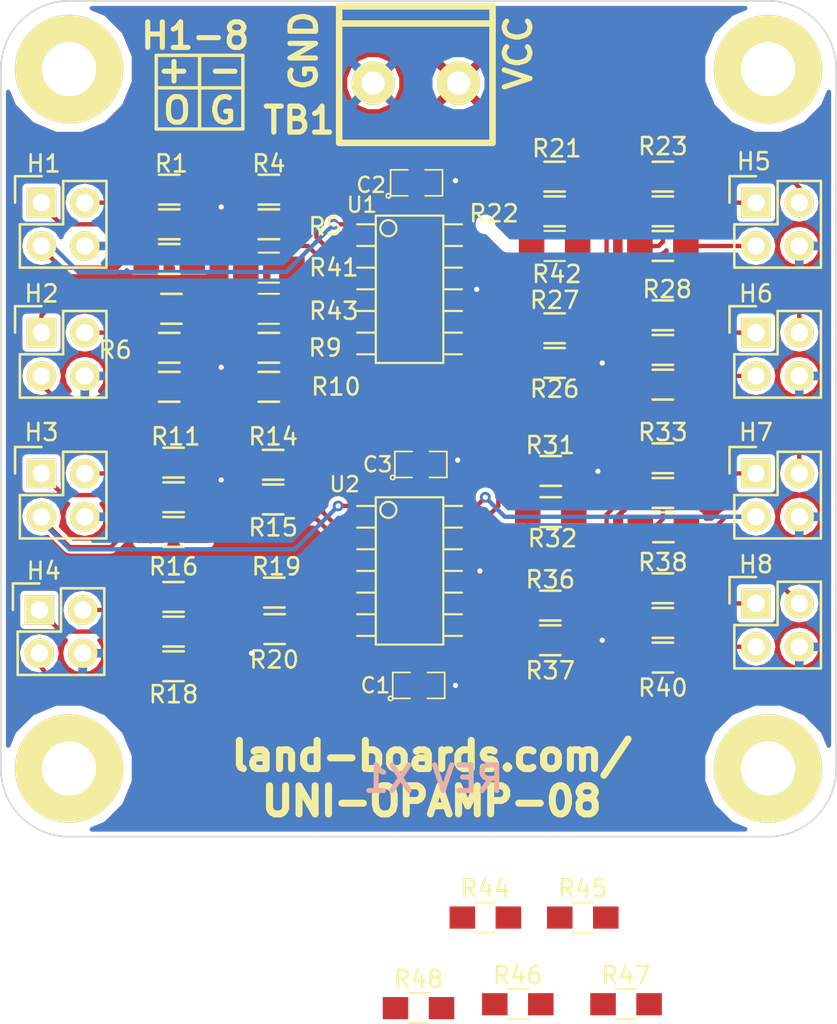
<source format=kicad_pcb>
(kicad_pcb (version 4) (host pcbnew "(after 2015-mar-04 BZR unknown)-product")
  (layers (0 F.Cu signal) (31 B.Cu signal) (36 B.SilkS user) (37 F.SilkS user) (38 B.Mask user) (39 F.Mask user) (44 Edge.Cuts user))
  (net 0 "")
  (net 1 GND)
  (net 2 VAA)
  (net 3 "Net-(R10-Pad2)")
  (net 4 "Net-(R11-Pad2)")
  (net 5 "Net-(R21-Pad2)")
  (net 6 "Net-(R31-Pad2)")
  (net 7 "Net-(R12-Pad2)")
  (net 8 "Net-(R16-Pad2)")
  (net 9 "Net-(R17-Pad2)")
  (net 10 "Net-(R22-Pad2)")
  (net 11 "Net-(R26-Pad2)")
  (net 12 "Net-(R32-Pad2)")
  (net 13 "Net-(R36-Pad2)")
  (net 14 /I1+)
  (net 15 /I1-)
  (net 16 /O1)
  (net 17 /I2+)
  (net 18 /I2-)
  (net 19 /O2)
  (net 20 /I3+)
  (net 21 /I3-)
  (net 22 /O3)
  (net 23 /I4+)
  (net 24 /I4-)
  (net 25 /O4)
  (net 26 /I5+)
  (net 27 /I5-)
  (net 28 /O5)
  (net 29 /I6+)
  (net 30 /I6-)
  (net 31 /O6)
  (net 32 /I7+)
  (net 33 /I7-)
  (net 34 /O7)
  (net 35 /I8+)
  (net 36 /I8-)
  (net 37 /O8)
  (net 38 "Net-(R27-Pad2)")
  (net 39 "Net-(R37-Pad2)")
  (net 40 /A1-)
  (net 41 /A1+)
  (net 42 "Net-(R43-Pad1)")
  (module SM0805 (layer F.Cu) (at 54.638 52.178)
    (fp_text reference C3 (at -2.54 0) (layer F.SilkS) (effects (font (size 0.889 0.889) (thickness 0.1397))))
    (fp_text value C hide)
    (pad 1 smd rect (at -0.9525 0) (size 0.889 1.397) (layers F.Cu F.Mask) (net 2 VAA))
    (pad 2 smd rect (at 0.9525 0) (size 0.889 1.397) (layers F.Cu F.Mask) (net 1 GND))
  )
  (module SM0805 (layer F.Cu) (at 54.384 35.668)
    (fp_text reference C2 (at -2.667 0.127) (layer F.SilkS) (effects (font (size 0.889 0.889) (thickness 0.1397))))
    (fp_text value C hide)
    (pad 1 smd rect (at -0.9525 0) (size 0.889 1.397) (layers F.Cu F.Mask) (net 2 VAA))
    (pad 2 smd rect (at 0.9525 0) (size 0.889 1.397) (layers F.Cu F.Mask) (net 1 GND))
  )
  (module MTG-4-40 (layer F.Cu) (at 34 29)
    (fp_text reference MTG4 hide)
    (fp_text value CONN_1 hide)
    (pad 1 thru_hole circle (at 0 0) (size 6.35 6.35) (drill 3.175) (layers *.Cu *.Mask F.SilkS) (clearance 0.508))
  )
  (module MTG-4-40 (layer F.Cu) (at 75 29)
    (fp_text reference MTG3 hide)
    (fp_text value CONN_1 hide)
    (pad 1 thru_hole circle (at 0 0) (size 6.35 6.35) (drill 3.175) (layers *.Cu *.Mask F.SilkS) (clearance 0.508))
  )
  (module MTG-4-40 (layer F.Cu) (at 34 70)
    (fp_text reference MTG2 hide)
    (fp_text value CONN_1 hide)
    (pad 1 thru_hole circle (at 0 0) (size 6.35 6.35) (drill 3.175) (layers *.Cu *.Mask F.SilkS) (clearance 0.508))
  )
  (module MTG-4-40 (layer F.Cu) (at 75 70)
    (fp_text reference MTG1 hide)
    (fp_text value CONN_1 hide)
    (pad 1 thru_hole circle (at 0 0) (size 6.35 6.35) (drill 3.175) (layers *.Cu *.Mask F.SilkS) (clearance 0.508))
  )
  (module so-14 (layer F.Cu) (at 53.975 41.91 270)
    (fp_text reference U1 (at -4.953 2.794 360) (layer F.SilkS) (effects (font (size 0.889 0.889) (thickness 0.1397))))
    (fp_text value LM324N hide)
    (pad 1 smd rect (at -3.81 2.794 270) (size 0.635 1.27) (layers F.Cu F.Mask) (net 16 /O1))
    (pad 2 smd rect (at -2.54 2.794 270) (size 0.635 1.27) (layers F.Cu F.Mask) (net 40 /A1-))
    (pad 3 smd rect (at -1.27 2.794 270) (size 0.635 1.27) (layers F.Cu F.Mask) (net 41 /A1+))
    (pad 4 smd rect (at 0 2.794 270) (size 0.635 1.27) (layers F.Cu F.Mask) (net 2 VAA))
    (pad 5 smd rect (at 1.27 2.794 270) (size 0.635 1.27) (layers F.Cu F.Mask) (net 42 "Net-(R43-Pad1)"))
    (pad 6 smd rect (at 2.54 2.794 270) (size 0.635 1.27) (layers F.Cu F.Mask) (net 3 "Net-(R10-Pad2)"))
    (pad 7 smd rect (at 3.81 2.794 270) (size 0.635 1.27) (layers F.Cu F.Mask) (net 19 /O2))
    (pad 8 smd rect (at 3.81 -2.794 270) (size 0.635 1.27) (layers F.Cu F.Mask) (net 31 /O6))
    (pad 9 smd rect (at 2.54 -2.794 270) (size 0.635 1.27) (layers F.Cu F.Mask) (net 11 "Net-(R26-Pad2)"))
    (pad 10 smd rect (at 1.27 -2.794 270) (size 0.635 1.27) (layers F.Cu F.Mask) (net 38 "Net-(R27-Pad2)"))
    (pad 11 smd rect (at 0 -2.794 270) (size 0.635 1.27) (layers F.Cu F.Mask) (net 1 GND))
    (pad 12 smd rect (at -1.27 -2.794 270) (size 0.635 1.27) (layers F.Cu F.Mask) (net 10 "Net-(R22-Pad2)"))
    (pad 13 smd rect (at -2.54 -2.794 270) (size 0.635 1.27) (layers F.Cu F.Mask) (net 5 "Net-(R21-Pad2)"))
    (pad 14 smd rect (at -3.81 -2.794 270) (size 0.635 1.27) (layers F.Cu F.Mask) (net 28 /O5))
  )
  (module SM0805 (layer F.Cu) (at 54.511 65.132)
    (fp_text reference C1 (at -2.54 0) (layer F.SilkS) (effects (font (size 0.889 0.889) (thickness 0.1397))))
    (fp_text value C hide)
    (pad 1 smd rect (at -0.9525 0) (size 0.889 1.397) (layers F.Cu F.Mask) (net 2 VAA))
    (pad 2 smd rect (at 0.9525 0) (size 0.889 1.397) (layers F.Cu F.Mask) (net 1 GND))
  )
  (module so-14 (layer F.Cu) (at 53.975 58.42 270)
    (fp_text reference U2 (at -5.08 3.81 360) (layer F.SilkS) (effects (font (size 0.889 0.889) (thickness 0.1397))))
    (fp_text value LM324N hide)
    (pad 1 smd rect (at -3.81 2.794 270) (size 0.635 1.27) (layers F.Cu F.Mask) (net 22 /O3))
    (pad 2 smd rect (at -2.54 2.794 270) (size 0.635 1.27) (layers F.Cu F.Mask) (net 4 "Net-(R11-Pad2)"))
    (pad 3 smd rect (at -1.27 2.794 270) (size 0.635 1.27) (layers F.Cu F.Mask) (net 7 "Net-(R12-Pad2)"))
    (pad 4 smd rect (at 0 2.794 270) (size 0.635 1.27) (layers F.Cu F.Mask) (net 2 VAA))
    (pad 5 smd rect (at 1.27 2.794 270) (size 0.635 1.27) (layers F.Cu F.Mask) (net 9 "Net-(R17-Pad2)"))
    (pad 6 smd rect (at 2.54 2.794 270) (size 0.635 1.27) (layers F.Cu F.Mask) (net 8 "Net-(R16-Pad2)"))
    (pad 7 smd rect (at 3.81 2.794 270) (size 0.635 1.27) (layers F.Cu F.Mask) (net 25 /O4))
    (pad 8 smd rect (at 3.81 -2.794 270) (size 0.635 1.27) (layers F.Cu F.Mask) (net 37 /O8))
    (pad 9 smd rect (at 2.54 -2.794 270) (size 0.635 1.27) (layers F.Cu F.Mask) (net 39 "Net-(R37-Pad2)"))
    (pad 10 smd rect (at 1.27 -2.794 270) (size 0.635 1.27) (layers F.Cu F.Mask) (net 13 "Net-(R36-Pad2)"))
    (pad 11 smd rect (at 0 -2.794 270) (size 0.635 1.27) (layers F.Cu F.Mask) (net 1 GND))
    (pad 12 smd rect (at -1.27 -2.794 270) (size 0.635 1.27) (layers F.Cu F.Mask) (net 12 "Net-(R32-Pad2)"))
    (pad 13 smd rect (at -2.54 -2.794 270) (size 0.635 1.27) (layers F.Cu F.Mask) (net 6 "Net-(R31-Pad2)"))
    (pad 14 smd rect (at -3.81 -2.794 270) (size 0.635 1.27) (layers F.Cu F.Mask) (net 34 /O7))
  )
  (module dougsLib:TB2-5MM (layer F.Cu) (at 51.844 29.826)
    (fp_text reference TB1 (at -4.346 2.178) (layer F.SilkS) (effects (font (thickness 0.3048))))
    (fp_text value CONN_2 hide)
    (pad 1 thru_hole circle (at 0 0) (size 2.54 2.54) (drill 1.3589) (layers *.Cu *.Mask F.SilkS) (net 1 GND))
    (pad 2 thru_hole circle (at 5 0) (size 2.54 2.54) (drill 1.3589) (layers *.Cu *.Mask F.SilkS) (net 2 VAA))
  )
  (module Resistors_SMD:R_0805_HandSoldering (layer F.Cu) (at 39.878 38.1)
    (fp_text reference R2 hide)
    (fp_text value 1K hide)
    (pad 1 smd rect (at -1.35 0) (size 1.5 1.3) (layers F.Cu F.Mask) (net 14 /I1+))
    (pad 2 smd rect (at 1.35 0) (size 1.5 1.3) (layers F.Cu F.Mask) (net 41 /A1+))
  )
  (module Resistors_SMD:R_0805_HandSoldering (layer F.Cu) (at 45.72 38.1)
    (fp_text reference R5 (at 3.302 0.127) (layer F.SilkS))
    (fp_text value 1K hide)
    (pad 1 smd rect (at -1.35 0) (size 1.5 1.3) (layers F.Cu F.Mask) (net 1 GND))
    (pad 2 smd rect (at 1.35 0) (size 1.5 1.3) (layers F.Cu F.Mask) (net 41 /A1+))
  )
  (module Resistors_SMD:R_0805_HandSoldering (layer F.Cu) (at 45.72 36.068)
    (fp_text reference R4 (at 0 -1.524) (layer F.SilkS))
    (fp_text value 1K hide)
    (pad 1 smd rect (at -1.35 0) (size 1.5 1.3) (layers F.Cu F.Mask) (net 1 GND))
    (pad 2 smd rect (at 1.35 0) (size 1.5 1.3) (layers F.Cu F.Mask) (net 40 /A1-))
  )
  (module Resistors_SMD:R_0805_HandSoldering (layer F.Cu) (at 39.878 36.068)
    (fp_text reference R1 (at 0.127 -1.524) (layer F.SilkS))
    (fp_text value 1K hide)
    (pad 1 smd rect (at -1.35 0) (size 1.5 1.3) (layers F.Cu F.Mask) (net 15 /I1-))
    (pad 2 smd rect (at 1.35 0) (size 1.5 1.3) (layers F.Cu F.Mask) (net 40 /A1-))
  )
  (module Resistors_SMD:R_0805_HandSoldering (layer F.Cu) (at 40.005 43.053)
    (fp_text reference R7 hide)
    (fp_text value 1K hide)
    (pad 1 smd rect (at -1.35 0) (size 1.5 1.3) (layers F.Cu F.Mask) (net 17 /I2+))
    (pad 2 smd rect (at 1.35 0) (size 1.5 1.3) (layers F.Cu F.Mask) (net 42 "Net-(R43-Pad1)"))
  )
  (module Resistors_SMD:R_0805_HandSoldering (layer F.Cu) (at 45.72 45.339)
    (fp_text reference R9 (at 3.302 0) (layer F.SilkS))
    (fp_text value 1K hide)
    (pad 1 smd rect (at -1.35 0) (size 1.5 1.3) (layers F.Cu F.Mask) (net 1 GND))
    (pad 2 smd rect (at 1.35 0) (size 1.5 1.3) (layers F.Cu F.Mask) (net 42 "Net-(R43-Pad1)"))
  )
  (module Resistors_SMD:R_0805_HandSoldering (layer F.Cu) (at 45.72 47.625)
    (fp_text reference R10 (at 3.937 0) (layer F.SilkS))
    (fp_text value 1K hide)
    (pad 1 smd rect (at -1.35 0) (size 1.5 1.3) (layers F.Cu F.Mask) (net 1 GND))
    (pad 2 smd rect (at 1.35 0) (size 1.5 1.3) (layers F.Cu F.Mask) (net 3 "Net-(R10-Pad2)"))
  )
  (module Resistors_SMD:R_0805_HandSoldering (layer F.Cu) (at 39.878 45.339)
    (fp_text reference R6 (at -3.175 0.127) (layer F.SilkS))
    (fp_text value 1K hide)
    (pad 1 smd rect (at -1.35 0) (size 1.5 1.3) (layers F.Cu F.Mask) (net 18 /I2-))
    (pad 2 smd rect (at 1.35 0) (size 1.5 1.3) (layers F.Cu F.Mask) (net 3 "Net-(R10-Pad2)"))
  )
  (module Resistors_SMD:R_0805_HandSoldering (layer F.Cu) (at 68.834 45.466 180)
    (fp_text reference R29 hide)
    (fp_text value 1K hide)
    (pad 1 smd rect (at -1.35 0 180) (size 1.5 1.3) (layers F.Cu F.Mask) (net 29 /I6+))
    (pad 2 smd rect (at 1.35 0 180) (size 1.5 1.3) (layers F.Cu F.Mask) (net 38 "Net-(R27-Pad2)"))
  )
  (module Resistors_SMD:R_0805_HandSoldering (layer F.Cu) (at 62.484 44.196 180)
    (fp_text reference R27 (at 0 1.651 180) (layer F.SilkS))
    (fp_text value 1K hide)
    (pad 1 smd rect (at -1.35 0 180) (size 1.5 1.3) (layers F.Cu F.Mask) (net 1 GND))
    (pad 2 smd rect (at 1.35 0 180) (size 1.5 1.3) (layers F.Cu F.Mask) (net 38 "Net-(R27-Pad2)"))
  )
  (module Resistors_SMD:R_0805_HandSoldering (layer F.Cu) (at 62.484 46.228 180)
    (fp_text reference R26 (at 0 -1.524 180) (layer F.SilkS))
    (fp_text value 1K hide)
    (pad 1 smd rect (at -1.35 0 180) (size 1.5 1.3) (layers F.Cu F.Mask) (net 1 GND))
    (pad 2 smd rect (at 1.35 0 180) (size 1.5 1.3) (layers F.Cu F.Mask) (net 11 "Net-(R26-Pad2)"))
  )
  (module Resistors_SMD:R_0805_HandSoldering (layer F.Cu) (at 68.834 43.434 180)
    (fp_text reference R28 (at -0.254 1.524 180) (layer F.SilkS))
    (fp_text value 1K hide)
    (pad 1 smd rect (at -1.35 0 180) (size 1.5 1.3) (layers F.Cu F.Mask) (net 30 /I6-))
    (pad 2 smd rect (at 1.35 0 180) (size 1.5 1.3) (layers F.Cu F.Mask) (net 11 "Net-(R26-Pad2)"))
  )
  (module Resistors_SMD:R_0805_HandSoldering (layer F.Cu) (at 68.834 37.338 180)
    (fp_text reference R24 hide)
    (fp_text value 1K hide)
    (pad 1 smd rect (at -1.35 0 180) (size 1.5 1.3) (layers F.Cu F.Mask) (net 26 /I5+))
    (pad 2 smd rect (at 1.35 0 180) (size 1.5 1.3) (layers F.Cu F.Mask) (net 10 "Net-(R22-Pad2)"))
  )
  (module Resistors_SMD:R_0805_HandSoldering (layer F.Cu) (at 62.484 37.338 180)
    (fp_text reference R22 (at 3.556 -0.127 180) (layer F.SilkS))
    (fp_text value 1K hide)
    (pad 1 smd rect (at -1.35 0 180) (size 1.5 1.3) (layers F.Cu F.Mask) (net 1 GND))
    (pad 2 smd rect (at 1.35 0 180) (size 1.5 1.3) (layers F.Cu F.Mask) (net 10 "Net-(R22-Pad2)"))
  )
  (module Resistors_SMD:R_0805_HandSoldering (layer F.Cu) (at 62.484 35.306 180)
    (fp_text reference R21 (at -0.127 1.651 180) (layer F.SilkS))
    (fp_text value 1K hide)
    (pad 1 smd rect (at -1.35 0 180) (size 1.5 1.3) (layers F.Cu F.Mask) (net 1 GND))
    (pad 2 smd rect (at 1.35 0 180) (size 1.5 1.3) (layers F.Cu F.Mask) (net 5 "Net-(R21-Pad2)"))
  )
  (module Resistors_SMD:R_0805_HandSoldering (layer F.Cu) (at 68.834 35.306 180)
    (fp_text reference R23 (at 0 1.778 180) (layer F.SilkS))
    (fp_text value 1K hide)
    (pad 1 smd rect (at -1.35 0 180) (size 1.5 1.3) (layers F.Cu F.Mask) (net 27 /I5-))
    (pad 2 smd rect (at 1.35 0 180) (size 1.5 1.3) (layers F.Cu F.Mask) (net 5 "Net-(R21-Pad2)"))
  )
  (module Resistors_SMD:R_0805_HandSoldering (layer F.Cu) (at 39.878 47.625 180)
    (fp_text reference R8 hide)
    (fp_text value 1M hide)
    (pad 1 smd rect (at -1.35 0 180) (size 1.5 1.3) (layers F.Cu F.Mask) (net 3 "Net-(R10-Pad2)"))
    (pad 2 smd rect (at 1.35 0 180) (size 1.5 1.3) (layers F.Cu F.Mask) (net 19 /O2))
  )
  (module Resistors_SMD:R_0805_HandSoldering (layer F.Cu) (at 39.878 40.132 180)
    (fp_text reference R3 hide)
    (fp_text value 1M hide)
    (pad 1 smd rect (at -1.35 0 180) (size 1.5 1.3) (layers F.Cu F.Mask) (net 40 /A1-))
    (pad 2 smd rect (at 1.35 0 180) (size 1.5 1.3) (layers F.Cu F.Mask) (net 16 /O1))
  )
  (module Resistors_SMD:R_0805_HandSoldering (layer F.Cu) (at 68.834 39.37)
    (fp_text reference R25 hide)
    (fp_text value 1M hide)
    (pad 1 smd rect (at -1.35 0) (size 1.5 1.3) (layers F.Cu F.Mask) (net 5 "Net-(R21-Pad2)"))
    (pad 2 smd rect (at 1.35 0) (size 1.5 1.3) (layers F.Cu F.Mask) (net 28 /O5))
  )
  (module Resistors_SMD:R_0805_HandSoldering (layer F.Cu) (at 68.834 47.498)
    (fp_text reference R30 hide)
    (fp_text value 1M hide)
    (pad 1 smd rect (at -1.35 0) (size 1.5 1.3) (layers F.Cu F.Mask) (net 11 "Net-(R26-Pad2)"))
    (pad 2 smd rect (at 1.35 0) (size 1.5 1.3) (layers F.Cu F.Mask) (net 31 /O6))
  )
  (module Resistors_SMD:R_0805_HandSoldering (layer F.Cu) (at 40.132 54.102)
    (fp_text reference R12 hide)
    (fp_text value 1K hide)
    (pad 1 smd rect (at -1.35 0) (size 1.5 1.3) (layers F.Cu F.Mask) (net 20 /I3+))
    (pad 2 smd rect (at 1.35 0) (size 1.5 1.3) (layers F.Cu F.Mask) (net 7 "Net-(R12-Pad2)"))
  )
  (module Resistors_SMD:R_0805_HandSoldering (layer F.Cu) (at 45.974 54.229)
    (fp_text reference R15 (at 0 1.651) (layer F.SilkS))
    (fp_text value 1K hide)
    (pad 1 smd rect (at -1.35 0) (size 1.5 1.3) (layers F.Cu F.Mask) (net 1 GND))
    (pad 2 smd rect (at 1.35 0) (size 1.5 1.3) (layers F.Cu F.Mask) (net 7 "Net-(R12-Pad2)"))
  )
  (module Resistors_SMD:R_0805_HandSoldering (layer F.Cu) (at 45.974 52.197)
    (fp_text reference R14 (at 0 -1.651) (layer F.SilkS))
    (fp_text value 1K hide)
    (pad 1 smd rect (at -1.35 0) (size 1.5 1.3) (layers F.Cu F.Mask) (net 1 GND))
    (pad 2 smd rect (at 1.35 0) (size 1.5 1.3) (layers F.Cu F.Mask) (net 4 "Net-(R11-Pad2)"))
  )
  (module Resistors_SMD:R_0805_HandSoldering (layer F.Cu) (at 40.132 52.07)
    (fp_text reference R11 (at 0.127 -1.524) (layer F.SilkS))
    (fp_text value 1K hide)
    (pad 1 smd rect (at -1.35 0) (size 1.5 1.3) (layers F.Cu F.Mask) (net 21 /I3-))
    (pad 2 smd rect (at 1.35 0) (size 1.5 1.3) (layers F.Cu F.Mask) (net 4 "Net-(R11-Pad2)"))
  )
  (module Resistors_SMD:R_0805_HandSoldering (layer F.Cu) (at 40.132 61.976)
    (fp_text reference R17 hide)
    (fp_text value 1K hide)
    (pad 1 smd rect (at -1.35 0) (size 1.5 1.3) (layers F.Cu F.Mask) (net 23 /I4+))
    (pad 2 smd rect (at 1.35 0) (size 1.5 1.3) (layers F.Cu F.Mask) (net 9 "Net-(R17-Pad2)"))
  )
  (module Resistors_SMD:R_0805_HandSoldering (layer F.Cu) (at 46.0375 59.69)
    (fp_text reference R19 (at 0.127 -1.524) (layer F.SilkS))
    (fp_text value 1K hide)
    (pad 1 smd rect (at -1.35 0) (size 1.5 1.3) (layers F.Cu F.Mask) (net 1 GND))
    (pad 2 smd rect (at 1.35 0) (size 1.5 1.3) (layers F.Cu F.Mask) (net 9 "Net-(R17-Pad2)"))
  )
  (module Resistors_SMD:R_0805_HandSoldering (layer F.Cu) (at 46.0655 61.83)
    (fp_text reference R20 (at -0.028 1.797) (layer F.SilkS))
    (fp_text value 1K hide)
    (pad 1 smd rect (at -1.35 0) (size 1.5 1.3) (layers F.Cu F.Mask) (net 1 GND))
    (pad 2 smd rect (at 1.35 0) (size 1.5 1.3) (layers F.Cu F.Mask) (net 8 "Net-(R16-Pad2)"))
  )
  (module Resistors_SMD:R_0805_HandSoldering (layer F.Cu) (at 40.132 59.944)
    (fp_text reference R16 (at 0 -1.778) (layer F.SilkS))
    (fp_text value 1K hide)
    (pad 1 smd rect (at -1.35 0) (size 1.5 1.3) (layers F.Cu F.Mask) (net 24 /I4-))
    (pad 2 smd rect (at 1.35 0) (size 1.5 1.3) (layers F.Cu F.Mask) (net 8 "Net-(R16-Pad2)"))
  )
  (module Resistors_SMD:R_0805_HandSoldering (layer F.Cu) (at 68.834 61.468 180)
    (fp_text reference R39 hide)
    (fp_text value 1K hide)
    (pad 1 smd rect (at -1.35 0 180) (size 1.5 1.3) (layers F.Cu F.Mask) (net 35 /I8+))
    (pad 2 smd rect (at 1.35 0 180) (size 1.5 1.3) (layers F.Cu F.Mask) (net 13 "Net-(R36-Pad2)"))
  )
  (module Resistors_SMD:R_0805_HandSoldering (layer F.Cu) (at 62.23 60.452 180)
    (fp_text reference R36 (at 0 1.524 180) (layer F.SilkS))
    (fp_text value 1K hide)
    (pad 1 smd rect (at -1.35 0 180) (size 1.5 1.3) (layers F.Cu F.Mask) (net 1 GND))
    (pad 2 smd rect (at 1.35 0 180) (size 1.5 1.3) (layers F.Cu F.Mask) (net 13 "Net-(R36-Pad2)"))
  )
  (module Resistors_SMD:R_0805_HandSoldering (layer F.Cu) (at 62.23 62.484 180)
    (fp_text reference R37 (at 0 -1.778 180) (layer F.SilkS))
    (fp_text value 1K hide)
    (pad 1 smd rect (at -1.35 0 180) (size 1.5 1.3) (layers F.Cu F.Mask) (net 1 GND))
    (pad 2 smd rect (at 1.35 0 180) (size 1.5 1.3) (layers F.Cu F.Mask) (net 39 "Net-(R37-Pad2)"))
  )
  (module Resistors_SMD:R_0805_HandSoldering (layer F.Cu) (at 68.834 59.436 180)
    (fp_text reference R38 (at 0 1.524 180) (layer F.SilkS))
    (fp_text value 1K hide)
    (pad 1 smd rect (at -1.35 0 180) (size 1.5 1.3) (layers F.Cu F.Mask) (net 36 /I8-))
    (pad 2 smd rect (at 1.35 0 180) (size 1.5 1.3) (layers F.Cu F.Mask) (net 39 "Net-(R37-Pad2)"))
  )
  (module Resistors_SMD:R_0805_HandSoldering (layer F.Cu) (at 68.834 53.848 180)
    (fp_text reference R34 hide)
    (fp_text value 1K hide)
    (pad 1 smd rect (at -1.35 0 180) (size 1.5 1.3) (layers F.Cu F.Mask) (net 32 /I7+))
    (pad 2 smd rect (at 1.35 0 180) (size 1.5 1.3) (layers F.Cu F.Mask) (net 12 "Net-(R32-Pad2)"))
  )
  (module Resistors_SMD:R_0805_HandSoldering (layer F.Cu) (at 62.258 54.972 180)
    (fp_text reference R32 (at -0.099 -1.543 180) (layer F.SilkS))
    (fp_text value 1K hide)
    (pad 1 smd rect (at -1.35 0 180) (size 1.5 1.3) (layers F.Cu F.Mask) (net 1 GND))
    (pad 2 smd rect (at 1.35 0 180) (size 1.5 1.3) (layers F.Cu F.Mask) (net 12 "Net-(R32-Pad2)"))
  )
  (module Resistors_SMD:R_0805_HandSoldering (layer F.Cu) (at 62.258 52.559 180)
    (fp_text reference R31 (at 0.028 1.505 180) (layer F.SilkS))
    (fp_text value 1K hide)
    (pad 1 smd rect (at -1.35 0 180) (size 1.5 1.3) (layers F.Cu F.Mask) (net 1 GND))
    (pad 2 smd rect (at 1.35 0 180) (size 1.5 1.3) (layers F.Cu F.Mask) (net 6 "Net-(R31-Pad2)"))
  )
  (module Resistors_SMD:R_0805_HandSoldering (layer F.Cu) (at 68.834 51.816 180)
    (fp_text reference R33 (at 0 1.524 180) (layer F.SilkS))
    (fp_text value 1K hide)
    (pad 1 smd rect (at -1.35 0 180) (size 1.5 1.3) (layers F.Cu F.Mask) (net 33 /I7-))
    (pad 2 smd rect (at 1.35 0 180) (size 1.5 1.3) (layers F.Cu F.Mask) (net 6 "Net-(R31-Pad2)"))
  )
  (module Resistors_SMD:R_0805_HandSoldering (layer F.Cu) (at 40.132 64.008 180)
    (fp_text reference R18 (at 0 -1.651 180) (layer F.SilkS))
    (fp_text value 1M hide)
    (pad 1 smd rect (at -1.35 0 180) (size 1.5 1.3) (layers F.Cu F.Mask) (net 8 "Net-(R16-Pad2)"))
    (pad 2 smd rect (at 1.35 0 180) (size 1.5 1.3) (layers F.Cu F.Mask) (net 25 /O4))
  )
  (module Resistors_SMD:R_0805_HandSoldering (layer F.Cu) (at 68.834 63.5)
    (fp_text reference R40 (at 0 1.778) (layer F.SilkS))
    (fp_text value 1M hide)
    (pad 1 smd rect (at -1.35 0) (size 1.5 1.3) (layers F.Cu F.Mask) (net 39 "Net-(R37-Pad2)"))
    (pad 2 smd rect (at 1.35 0) (size 1.5 1.3) (layers F.Cu F.Mask) (net 37 /O8))
  )
  (module Resistors_SMD:R_0805_HandSoldering (layer F.Cu) (at 40.132 56.134 180)
    (fp_text reference R13 hide)
    (fp_text value 1M hide)
    (pad 1 smd rect (at -1.35 0 180) (size 1.5 1.3) (layers F.Cu F.Mask) (net 4 "Net-(R11-Pad2)"))
    (pad 2 smd rect (at 1.35 0 180) (size 1.5 1.3) (layers F.Cu F.Mask) (net 22 /O3))
  )
  (module Resistors_SMD:R_0805_HandSoldering (layer F.Cu) (at 68.862 55.861)
    (fp_text reference R35 hide)
    (fp_text value 1M hide)
    (pad 1 smd rect (at -1.35 0) (size 1.5 1.3) (layers F.Cu F.Mask) (net 6 "Net-(R31-Pad2)"))
    (pad 2 smd rect (at 1.35 0) (size 1.5 1.3) (layers F.Cu F.Mask) (net 34 /O7))
  )
  (module Pin_Headers:Pin_Header_Straight_2x02 (layer F.Cu) (at 32.385 36.83)
    (fp_text reference H1 (at 0.127 -2.286) (layer F.SilkS))
    (fp_text value CONN_01X04 hide)
    (pad 1 thru_hole rect (at 0 0) (size 1.7272 1.7272) (drill 1.016) (layers *.Cu *.Mask F.SilkS) (net 14 /I1+))
    (pad 2 thru_hole oval (at 2.54 0) (size 1.7272 1.7272) (drill 1.016) (layers *.Cu *.Mask F.SilkS) (net 15 /I1-))
    (pad 3 thru_hole oval (at 0 2.54) (size 1.7272 1.7272) (drill 1.016) (layers *.Cu *.Mask F.SilkS) (net 16 /O1))
    (pad 4 thru_hole oval (at 2.54 2.54) (size 1.7272 1.7272) (drill 1.016) (layers *.Cu *.Mask F.SilkS) (net 1 GND))
  )
  (module Pin_Headers:Pin_Header_Straight_2x02 (layer F.Cu) (at 32.385 44.45)
    (fp_text reference H2 (at 0 -2.286) (layer F.SilkS))
    (fp_text value CONN_01X04 hide)
    (pad 1 thru_hole rect (at 0 0) (size 1.7272 1.7272) (drill 1.016) (layers *.Cu *.Mask F.SilkS) (net 17 /I2+))
    (pad 2 thru_hole oval (at 2.54 0) (size 1.7272 1.7272) (drill 1.016) (layers *.Cu *.Mask F.SilkS) (net 18 /I2-))
    (pad 3 thru_hole oval (at 0 2.54) (size 1.7272 1.7272) (drill 1.016) (layers *.Cu *.Mask F.SilkS) (net 19 /O2))
    (pad 4 thru_hole oval (at 2.54 2.54) (size 1.7272 1.7272) (drill 1.016) (layers *.Cu *.Mask F.SilkS) (net 1 GND))
  )
  (module Pin_Headers:Pin_Header_Straight_2x02 (layer F.Cu) (at 74.295 36.83)
    (fp_text reference H5 (at -0.127 -2.413) (layer F.SilkS))
    (fp_text value CONN_01X04 hide)
    (pad 1 thru_hole rect (at 0 0) (size 1.7272 1.7272) (drill 1.016) (layers *.Cu *.Mask F.SilkS) (net 26 /I5+))
    (pad 2 thru_hole oval (at 2.54 0) (size 1.7272 1.7272) (drill 1.016) (layers *.Cu *.Mask F.SilkS) (net 27 /I5-))
    (pad 3 thru_hole oval (at 0 2.54) (size 1.7272 1.7272) (drill 1.016) (layers *.Cu *.Mask F.SilkS) (net 28 /O5))
    (pad 4 thru_hole oval (at 2.54 2.54) (size 1.7272 1.7272) (drill 1.016) (layers *.Cu *.Mask F.SilkS) (net 1 GND))
  )
  (module Pin_Headers:Pin_Header_Straight_2x02 (layer F.Cu) (at 74.295 44.45)
    (fp_text reference H6 (at 0 -2.286) (layer F.SilkS))
    (fp_text value CONN_01X04 hide)
    (pad 1 thru_hole rect (at 0 0) (size 1.7272 1.7272) (drill 1.016) (layers *.Cu *.Mask F.SilkS) (net 29 /I6+))
    (pad 2 thru_hole oval (at 2.54 0) (size 1.7272 1.7272) (drill 1.016) (layers *.Cu *.Mask F.SilkS) (net 30 /I6-))
    (pad 3 thru_hole oval (at 0 2.54) (size 1.7272 1.7272) (drill 1.016) (layers *.Cu *.Mask F.SilkS) (net 31 /O6))
    (pad 4 thru_hole oval (at 2.54 2.54) (size 1.7272 1.7272) (drill 1.016) (layers *.Cu *.Mask F.SilkS) (net 1 GND))
  )
  (module Pin_Headers:Pin_Header_Straight_2x02 (layer F.Cu) (at 32.385 52.705)
    (fp_text reference H3 (at 0 -2.413) (layer F.SilkS))
    (fp_text value CONN_01X04 hide)
    (pad 1 thru_hole rect (at 0 0) (size 1.7272 1.7272) (drill 1.016) (layers *.Cu *.Mask F.SilkS) (net 20 /I3+))
    (pad 2 thru_hole oval (at 2.54 0) (size 1.7272 1.7272) (drill 1.016) (layers *.Cu *.Mask F.SilkS) (net 21 /I3-))
    (pad 3 thru_hole oval (at 0 2.54) (size 1.7272 1.7272) (drill 1.016) (layers *.Cu *.Mask F.SilkS) (net 22 /O3))
    (pad 4 thru_hole oval (at 2.54 2.54) (size 1.7272 1.7272) (drill 1.016) (layers *.Cu *.Mask F.SilkS) (net 1 GND))
  )
  (module Pin_Headers:Pin_Header_Straight_2x02 (layer F.Cu) (at 32.258 60.706)
    (fp_text reference H4 (at 0.254 -2.286) (layer F.SilkS))
    (fp_text value CONN_01X04 hide)
    (pad 1 thru_hole rect (at 0 0) (size 1.7272 1.7272) (drill 1.016) (layers *.Cu *.Mask F.SilkS) (net 23 /I4+))
    (pad 2 thru_hole oval (at 2.54 0) (size 1.7272 1.7272) (drill 1.016) (layers *.Cu *.Mask F.SilkS) (net 24 /I4-))
    (pad 3 thru_hole oval (at 0 2.54) (size 1.7272 1.7272) (drill 1.016) (layers *.Cu *.Mask F.SilkS) (net 25 /O4))
    (pad 4 thru_hole oval (at 2.54 2.54) (size 1.7272 1.7272) (drill 1.016) (layers *.Cu *.Mask F.SilkS) (net 1 GND))
  )
  (module Pin_Headers:Pin_Header_Straight_2x02 (layer F.Cu) (at 74.295 60.325)
    (fp_text reference H8 (at 0 -2.286) (layer F.SilkS))
    (fp_text value CONN_01X04 hide)
    (pad 1 thru_hole rect (at 0 0) (size 1.7272 1.7272) (drill 1.016) (layers *.Cu *.Mask F.SilkS) (net 35 /I8+))
    (pad 2 thru_hole oval (at 2.54 0) (size 1.7272 1.7272) (drill 1.016) (layers *.Cu *.Mask F.SilkS) (net 36 /I8-))
    (pad 3 thru_hole oval (at 0 2.54) (size 1.7272 1.7272) (drill 1.016) (layers *.Cu *.Mask F.SilkS) (net 37 /O8))
    (pad 4 thru_hole oval (at 2.54 2.54) (size 1.7272 1.7272) (drill 1.016) (layers *.Cu *.Mask F.SilkS) (net 1 GND))
  )
  (module Pin_Headers:Pin_Header_Straight_2x02 (layer F.Cu) (at 74.295 52.705)
    (fp_text reference H7 (at 0 -2.413) (layer F.SilkS))
    (fp_text value CONN_01X04 hide)
    (pad 1 thru_hole rect (at 0 0) (size 1.7272 1.7272) (drill 1.016) (layers *.Cu *.Mask F.SilkS) (net 32 /I7+))
    (pad 2 thru_hole oval (at 2.54 0) (size 1.7272 1.7272) (drill 1.016) (layers *.Cu *.Mask F.SilkS) (net 33 /I7-))
    (pad 3 thru_hole oval (at 0 2.54) (size 1.7272 1.7272) (drill 1.016) (layers *.Cu *.Mask F.SilkS) (net 34 /O7))
    (pad 4 thru_hole oval (at 2.54 2.54) (size 1.7272 1.7272) (drill 1.016) (layers *.Cu *.Mask F.SilkS) (net 1 GND))
  )
  (module Resistors_SMD:R_0805_HandSoldering (layer F.Cu) (at 45.72 40.64)
    (fp_text reference R41 (at 3.81 0) (layer F.SilkS))
    (fp_text value 1K hide)
    (pad 1 smd rect (at -1.35 0) (size 1.5 1.3) (layers F.Cu F.Mask) (net 41 /A1+))
    (pad 2 smd rect (at 1.35 0) (size 1.5 1.3) (layers F.Cu F.Mask) (net 2 VAA))
  )
  (module Resistors_SMD:R_0805_HandSoldering (layer F.Cu) (at 62.484 39.37)
    (fp_text reference R42 (at 0.127 1.651) (layer F.SilkS))
    (fp_text value 1K hide)
    (pad 1 smd rect (at -1.35 0) (size 1.5 1.3) (layers F.Cu F.Mask) (net 10 "Net-(R22-Pad2)"))
    (pad 2 smd rect (at 1.35 0) (size 1.5 1.3) (layers F.Cu F.Mask) (net 2 VAA))
  )
  (module Resistors_SMD:R_0805_HandSoldering (layer F.Cu) (at 45.72 43.053 180)
    (fp_text reference R43 (at -3.81 -0.127 180) (layer F.SilkS))
    (fp_text value 1K hide)
    (pad 1 smd rect (at -1.35 0 180) (size 1.5 1.3) (layers F.Cu F.Mask) (net 42 "Net-(R43-Pad1)"))
    (pad 2 smd rect (at 1.35 0 180) (size 1.5 1.3) (layers F.Cu F.Mask) (net 2 VAA))
  )
  (module Resistors_SMD:R_0805_HandSoldering (layer F.Cu) (at 58.42 78.74)
    (fp_text reference R44 (at 0 -1.7) (layer F.SilkS))
    (fp_text value 1K)
    (pad 1 smd rect (at -1.35 0) (size 1.5 1.3) (layers F.Cu F.Mask) (net 38 "Net-(R27-Pad2)"))
    (pad 2 smd rect (at 1.35 0) (size 1.5 1.3) (layers F.Cu F.Mask) (net 2 VAA))
  )
  (module Resistors_SMD:R_0805_HandSoldering (layer F.Cu) (at 64.135 78.74)
    (fp_text reference R45 (at 0 -1.7) (layer F.SilkS))
    (fp_text value 1K)
    (pad 1 smd rect (at -1.35 0) (size 1.5 1.3) (layers F.Cu F.Mask) (net 7 "Net-(R12-Pad2)"))
    (pad 2 smd rect (at 1.35 0) (size 1.5 1.3) (layers F.Cu F.Mask) (net 2 VAA))
  )
  (module Resistors_SMD:R_0805_HandSoldering (layer F.Cu) (at 60.325 83.82)
    (fp_text reference R46 (at 0 -1.7) (layer F.SilkS))
    (fp_text value 1K)
    (pad 1 smd rect (at -1.35 0) (size 1.5 1.3) (layers F.Cu F.Mask) (net 12 "Net-(R32-Pad2)"))
    (pad 2 smd rect (at 1.35 0) (size 1.5 1.3) (layers F.Cu F.Mask) (net 2 VAA))
  )
  (module Resistors_SMD:R_0805_HandSoldering (layer F.Cu) (at 66.675 83.82)
    (fp_text reference R47 (at 0 -1.7) (layer F.SilkS))
    (fp_text value 1K)
    (pad 1 smd rect (at -1.35 0) (size 1.5 1.3) (layers F.Cu F.Mask) (net 9 "Net-(R17-Pad2)"))
    (pad 2 smd rect (at 1.35 0) (size 1.5 1.3) (layers F.Cu F.Mask) (net 2 VAA))
  )
  (module Resistors_SMD:R_0805_HandSoldering (layer F.Cu) (at 54.5 84.050001)
    (fp_text reference R48 (at 0 -1.7) (layer F.SilkS))
    (fp_text value 1K)
    (pad 1 smd rect (at -1.35 0) (size 1.5 1.3) (layers F.Cu F.Mask) (net 13 "Net-(R36-Pad2)"))
    (pad 2 smd rect (at 1.35 0) (size 1.5 1.3) (layers F.Cu F.Mask) (net 2 VAA))
  )
  (gr_text H1-8 (at 41.402 27.051) (layer F.SilkS) (effects (font (size 1.5 1.5) (thickness 0.3))))
  (gr_line (start 44.196 30.099) (end 39.116 30.099) (angle 90) (layer F.SilkS) (width 0.2))
  (gr_line (start 41.656 32.512) (end 41.656 28.194) (angle 90) (layer F.SilkS) (width 0.2))
  (gr_line (start 39.116 28.194) (end 39.116 32.512) (angle 90) (layer F.SilkS) (width 0.2))
  (gr_line (start 44.196 32.512) (end 44.196 28.194) (angle 90) (layer F.SilkS) (width 0.2))
  (gr_line (start 44.196 28.194) (end 39.116 28.194) (angle 90) (layer F.SilkS) (width 0.2))
  (gr_line (start 39.116 32.512) (end 44.196 32.512) (angle 90) (layer F.SilkS) (width 0.2))
  (gr_text "+ -\nO G" (at 41.656 30.226) (layer F.SilkS) (effects (font (size 1.5 1.5) (thickness 0.3))))
  (gr_text "REV X1" (at 55.372 70.612) (layer B.SilkS) (effects (font (size 1.5 1.5) (thickness 0.3)) (justify mirror)))
  (gr_text VCC (at 60.353 28.048 90) (layer F.SilkS) (effects (font (size 1.5 1.5) (thickness 0.3))))
  (gr_text GND (at 47.78 27.921 90) (layer F.SilkS) (effects (font (size 1.5 1.5) (thickness 0.3))))
  (gr_text "land-boards.com/\nUNI-OPAMP-08" (at 55.273 70.593) (layer F.SilkS) (effects (font (size 1.651 1.651) (thickness 0.41275))))
  (gr_line (start 79 70) (end 79 29) (angle 90) (layer Edge.Cuts) (width 0.1))
  (gr_line (start 75 74) (end 34 74) (angle 90) (layer Edge.Cuts) (width 0.1))
  (gr_line (start 30 70) (end 30 29) (angle 90) (layer Edge.Cuts) (width 0.1))
  (gr_arc (start 34 70) (end 34 74) (angle 90) (layer Edge.Cuts) (width 0.1))
  (gr_line (start 75 25) (end 34 25) (angle 90) (layer Edge.Cuts) (width 0.1))
  (gr_arc (start 75 70) (end 79 70) (angle 90) (layer Edge.Cuts) (width 0.1))
  (gr_arc (start 75 29) (end 75 25) (angle 90) (layer Edge.Cuts) (width 0.1))
  (gr_arc (start 34 29) (end 30 29) (angle 90) (layer Edge.Cuts) (width 0.1))
  (segment (start 44.37 47.625) (end 44.069 47.625) (width 0.254) (layer F.Cu) (net 1))
  (segment (start 44.069 47.625) (end 42.926 46.482) (width 0.254) (layer F.Cu) (net 1))
  (via (at 42.926 46.482) (size 0.635) (layers F.Cu B.Cu) (net 1))
  (segment (start 44.069 45.339) (end 42.926 46.482) (width 0.254) (layer F.Cu) (net 1))
  (segment (start 44.37 45.339) (end 44.069 45.339) (width 0.254) (layer F.Cu) (net 1))
  (segment (start 44.37 47.625) (end 43.942 47.625) (width 0.254) (layer F.Cu) (net 1))
  (segment (start 63.58 62.484) (end 65.278 62.484) (width 0.254) (layer F.Cu) (net 1))
  (via (at 65.278 62.484) (size 0.635) (layers F.Cu B.Cu) (net 1))
  (segment (start 63.834 44.196) (end 63.834 46.228) (width 0.254) (layer F.Cu) (net 1))
  (segment (start 44.6875 59.69) (end 44.196 59.69) (width 0.254) (layer F.Cu) (net 1))
  (segment (start 44.7155 61.83) (end 44.304 61.83) (width 0.254) (layer F.Cu) (net 1))
  (segment (start 63.58 60.452) (end 63.58 62.484) (width 0.254) (layer F.Cu) (net 1))
  (segment (start 63.834 46.228) (end 65.278 46.228) (width 0.254) (layer F.Cu) (net 1))
  (via (at 65.278 46.228) (size 0.635) (layers F.Cu B.Cu) (net 1))
  (segment (start 63.608 52.559) (end 65.005 52.559) (width 0.254) (layer F.Cu) (net 1))
  (via (at 65.024 52.578) (size 0.635) (layers F.Cu B.Cu) (net 1))
  (segment (start 65.005 52.559) (end 65.024 52.578) (width 0.254) (layer F.Cu) (net 1))
  (segment (start 44.7155 61.83) (end 44.088 61.83) (width 0.254) (layer F.Cu) (net 1))
  (segment (start 44.6875 61.802) (end 44.7155 61.83) (width 0.254) (layer F.Cu) (net 1))
  (segment (start 44.7155 61.83) (end 44.3675 61.83) (width 0.254) (layer F.Cu) (net 1))
  (segment (start 44.6875 59.69) (end 44.2595 59.69) (width 0.254) (layer F.Cu) (net 1))
  (segment (start 44.624 52.197) (end 43.942 52.197) (width 0.254) (layer F.Cu) (net 1))
  (segment (start 43.942 52.197) (end 42.926 53.086) (width 0.254) (layer F.Cu) (net 1))
  (segment (start 44.624 54.229) (end 44.069 54.229) (width 0.254) (layer F.Cu) (net 1))
  (segment (start 44.069 54.229) (end 42.926 53.086) (width 0.254) (layer F.Cu) (net 1))
  (via (at 42.926 53.086) (size 0.635) (layers F.Cu B.Cu) (net 1))
  (segment (start 44.37 36.068) (end 43.942 36.068) (width 0.254) (layer F.Cu) (net 1))
  (segment (start 43.942 36.068) (end 42.926 37.084) (width 0.254) (layer F.Cu) (net 1))
  (segment (start 44.37 38.1) (end 43.942 38.1) (width 0.254) (layer F.Cu) (net 1))
  (segment (start 43.942 38.1) (end 42.926 37.084) (width 0.254) (layer F.Cu) (net 1))
  (via (at 42.926 37.084) (size 0.635) (layers F.Cu B.Cu) (net 1))
  (segment (start 56.769 41.91) (end 57.912 41.91) (width 0.254) (layer F.Cu) (net 1))
  (via (at 57.912 41.91) (size 0.635) (layers F.Cu B.Cu) (net 1))
  (segment (start 55.5905 52.178) (end 56.543 52.178) (width 0.254) (layer F.Cu) (net 1))
  (via (at 56.797 51.924) (size 0.635) (layers F.Cu B.Cu) (net 1))
  (segment (start 56.543 52.178) (end 56.797 51.924) (width 0.254) (layer F.Cu) (net 1))
  (segment (start 63.608 54.972) (end 63.608 53.067) (width 0.254) (layer F.Cu) (net 1))
  (segment (start 55.4635 65.132) (end 56.67 65.132) (width 0.254) (layer F.Cu) (net 1))
  (via (at 56.67 65.132) (size 0.635) (layers F.Cu B.Cu) (net 1))
  (segment (start 55.3365 35.668) (end 56.543 35.668) (width 0.254) (layer F.Cu) (net 1))
  (via (at 56.67 35.541) (size 0.635) (layers F.Cu B.Cu) (net 1))
  (segment (start 56.543 35.668) (end 56.67 35.541) (width 0.254) (layer F.Cu) (net 1))
  (via (at 58.1025 58.42) (size 0.635) (layers F.Cu B.Cu) (net 1))
  (segment (start 56.769 58.42) (end 58.1025 58.42) (width 0.254) (layer F.Cu) (net 1))
  (segment (start 44.6875 61.802) (end 44.7155 61.83) (width 0.254) (layer F.Cu) (net 1))
  (segment (start 44.6875 59.69) (end 44.6875 61.802) (width 0.254) (layer F.Cu) (net 1))
  (segment (start 44.7155 63.2345) (end 44.704 63.246) (width 0.254) (layer F.Cu) (net 1))
  (via (at 44.704 63.246) (size 0.635) (layers F.Cu B.Cu) (net 1))
  (segment (start 44.7155 61.83) (end 44.7155 63.2345) (width 0.254) (layer F.Cu) (net 1))
  (segment (start 44.37 45.466) (end 43.815 45.466) (width 0.254) (layer F.Cu) (net 1))
  (segment (start 51.181 44.45) (end 50.038 44.45) (width 0.254) (layer F.Cu) (net 3))
  (segment (start 48.514 47.625) (end 47.07 47.625) (width 0.254) (layer F.Cu) (net 3))
  (segment (start 49.149 46.99) (end 48.514 47.625) (width 0.254) (layer F.Cu) (net 3))
  (segment (start 49.149 45.339) (end 49.149 46.99) (width 0.254) (layer F.Cu) (net 3))
  (segment (start 50.038 44.45) (end 49.149 45.339) (width 0.254) (layer F.Cu) (net 3))
  (segment (start 41.228 47.625) (end 41.228 48.466998) (width 0.254) (layer F.Cu) (net 3))
  (segment (start 47.07 48.307) (end 47.07 47.625) (width 0.254) (layer F.Cu) (net 3))
  (segment (start 46.482 48.895) (end 47.07 48.307) (width 0.254) (layer F.Cu) (net 3))
  (segment (start 41.656002 48.895) (end 46.482 48.895) (width 0.254) (layer F.Cu) (net 3))
  (segment (start 41.228 48.466998) (end 41.656002 48.895) (width 0.254) (layer F.Cu) (net 3))
  (segment (start 41.228 45.339) (end 41.91 45.339) (width 0.254) (layer F.Cu) (net 3))
  (segment (start 41.228 47.625) (end 41.228 45.339) (width 0.254) (layer F.Cu) (net 3))
  (segment (start 47.324 52.197) (end 48.641 52.197) (width 0.254) (layer F.Cu) (net 4))
  (segment (start 48.641 52.197) (end 48.895 52.451) (width 0.254) (layer F.Cu) (net 4))
  (segment (start 47.324 51.388) (end 47.324 52.197) (width 0.254) (layer F.Cu) (net 4))
  (segment (start 46.736 50.8) (end 47.324 51.388) (width 0.254) (layer F.Cu) (net 4))
  (segment (start 47.324 52.197) (end 47.879 52.197) (width 0.254) (layer F.Cu) (net 4))
  (segment (start 49.784 55.88) (end 51.181 55.88) (width 0.254) (layer F.Cu) (net 4))
  (segment (start 48.895 52.451) (end 48.895 54.991) (width 0.254) (layer F.Cu) (net 4))
  (segment (start 48.895 54.991) (end 49.784 55.88) (width 0.254) (layer F.Cu) (net 4))
  (segment (start 47.324 52.197) (end 47.752 52.197) (width 0.254) (layer F.Cu) (net 4))
  (segment (start 42.164 50.8) (end 46.736 50.8) (width 0.254) (layer F.Cu) (net 4))
  (segment (start 41.482 51.482) (end 42.164 50.8) (width 0.254) (layer F.Cu) (net 4))
  (segment (start 41.482 52.07) (end 40.386 52.07) (width 0.254) (layer F.Cu) (net 4))
  (segment (start 40.386 52.07) (end 40.259 52.197) (width 0.254) (layer F.Cu) (net 4))
  (segment (start 41.482 52.07) (end 40.767 52.07) (width 0.254) (layer F.Cu) (net 4))
  (segment (start 40.259 52.197) (end 40.259 56.007) (width 0.254) (layer F.Cu) (net 4))
  (segment (start 40.386 56.134) (end 41.482 56.134) (width 0.254) (layer F.Cu) (net 4))
  (segment (start 40.259 56.007) (end 40.386 56.134) (width 0.254) (layer F.Cu) (net 4))
  (segment (start 51.181 55.88) (end 50.927 55.88) (width 0.254) (layer F.Cu) (net 4))
  (segment (start 41.482 52.07) (end 41.482 51.482) (width 0.254) (layer F.Cu) (net 4))
  (segment (start 68.58 35.306) (end 67.484 35.306) (width 0.254) (layer F.Cu) (net 5))
  (segment (start 67.484 39.37) (end 68.58 39.37) (width 0.254) (layer F.Cu) (net 5))
  (segment (start 68.834 35.56) (end 68.58 35.306) (width 0.254) (layer F.Cu) (net 5))
  (segment (start 68.834 39.116) (end 68.834 35.56) (width 0.254) (layer F.Cu) (net 5))
  (segment (start 68.58 39.37) (end 68.834 39.116) (width 0.254) (layer F.Cu) (net 5))
  (segment (start 67.484 51.816) (end 66.548 51.816) (width 0.254) (layer F.Cu) (net 6))
  (segment (start 61.214 51.054) (end 60.908 51.36) (width 0.254) (layer F.Cu) (net 6))
  (segment (start 65.786 51.054) (end 61.214 51.054) (width 0.254) (layer F.Cu) (net 6))
  (segment (start 66.548 51.816) (end 65.786 51.054) (width 0.254) (layer F.Cu) (net 6))
  (segment (start 68.58 51.816) (end 67.484 51.816) (width 0.254) (layer F.Cu) (net 6))
  (segment (start 60.908 51.36) (end 60.908 52.559) (width 0.254) (layer F.Cu) (net 6))
  (segment (start 67.512 55.861) (end 68.345 55.861) (width 0.254) (layer F.Cu) (net 6))
  (segment (start 68.834 52.07) (end 68.58 51.816) (width 0.254) (layer F.Cu) (net 6))
  (segment (start 68.834 55.372) (end 68.834 52.07) (width 0.254) (layer F.Cu) (net 6))
  (segment (start 68.345 55.861) (end 68.834 55.372) (width 0.254) (layer F.Cu) (net 6))
  (segment (start 56.769 55.88) (end 57.912 55.88) (width 0.254) (layer F.Cu) (net 6))
  (segment (start 57.912 55.88) (end 59.182 54.61) (width 0.254) (layer F.Cu) (net 6))
  (segment (start 59.182 54.61) (end 59.182 53.086) (width 0.254) (layer F.Cu) (net 6))
  (segment (start 59.182 53.086) (end 59.709 52.559) (width 0.254) (layer F.Cu) (net 6))
  (segment (start 59.709 52.559) (end 60.908 52.559) (width 0.254) (layer F.Cu) (net 6))
  (segment (start 47.324 54.229) (end 47.324 55.372) (width 0.254) (layer F.Cu) (net 7))
  (segment (start 41.482 54.102) (end 42.545 54.102) (width 0.254) (layer F.Cu) (net 7))
  (segment (start 43.561 55.372) (end 47.324 55.372) (width 0.254) (layer F.Cu) (net 7))
  (segment (start 42.545 54.102) (end 43.053 54.61) (width 0.254) (layer F.Cu) (net 7))
  (segment (start 43.053 54.61) (end 43.053 54.864) (width 0.254) (layer F.Cu) (net 7))
  (segment (start 43.053 54.864) (end 43.561 55.372) (width 0.254) (layer F.Cu) (net 7))
  (segment (start 50.292 57.15) (end 51.181 57.15) (width 0.254) (layer F.Cu) (net 7))
  (segment (start 48.514 55.372) (end 50.292 57.15) (width 0.254) (layer F.Cu) (net 7))
  (segment (start 47.324 55.372) (end 48.514 55.372) (width 0.254) (layer F.Cu) (net 7))
  (segment (start 48.914 61.83) (end 47.4155 61.83) (width 0.254) (layer F.Cu) (net 8))
  (segment (start 51.181 60.96) (end 49.784 60.96) (width 0.254) (layer F.Cu) (net 8))
  (segment (start 49.784 60.96) (end 48.914 61.83) (width 0.254) (layer F.Cu) (net 8))
  (segment (start 46.9545 61.83) (end 47.4155 61.83) (width 0.254) (layer F.Cu) (net 8))
  (segment (start 41.482 59.944) (end 41.482 59.356) (width 0.254) (layer F.Cu) (net 8))
  (segment (start 40.386 64.008) (end 40.132 63.754) (width 0.254) (layer F.Cu) (net 8))
  (segment (start 40.132 63.754) (end 40.132 60.198) (width 0.254) (layer F.Cu) (net 8))
  (segment (start 40.132 60.198) (end 40.386 59.944) (width 0.254) (layer F.Cu) (net 8))
  (segment (start 40.386 59.944) (end 41.482 59.944) (width 0.254) (layer F.Cu) (net 8))
  (segment (start 41.482 64.008) (end 40.386 64.008) (width 0.254) (layer F.Cu) (net 8))
  (segment (start 46.482 64.008) (end 47.4155 63.0745) (width 0.254) (layer F.Cu) (net 8))
  (segment (start 47.4155 63.0745) (end 47.4155 61.83) (width 0.254) (layer F.Cu) (net 8))
  (segment (start 41.482 64.008) (end 46.482 64.008) (width 0.254) (layer F.Cu) (net 8))
  (segment (start 51.181 59.69) (end 47.3875 59.69) (width 0.254) (layer F.Cu) (net 9))
  (segment (start 42.672 61.976) (end 43.18 61.468) (width 0.254) (layer F.Cu) (net 9))
  (segment (start 43.18 61.468) (end 43.18 58.674) (width 0.254) (layer F.Cu) (net 9))
  (segment (start 43.18 58.674) (end 43.688 58.166) (width 0.254) (layer F.Cu) (net 9))
  (segment (start 43.688 58.166) (end 46.99 58.166) (width 0.254) (layer F.Cu) (net 9))
  (segment (start 46.99 58.166) (end 47.3875 58.5635) (width 0.254) (layer F.Cu) (net 9))
  (segment (start 47.3875 58.5635) (end 47.3875 59.69) (width 0.254) (layer F.Cu) (net 9))
  (segment (start 41.482 61.976) (end 42.672 61.976) (width 0.254) (layer F.Cu) (net 9))
  (segment (start 60.96 37.164) (end 61.134 37.338) (width 0.254) (layer F.Cu) (net 10))
  (segment (start 60.706 40.64) (end 65.024 40.64) (width 0.254) (layer F.Cu) (net 10))
  (segment (start 65.532 37.846) (end 66.04 37.338) (width 0.254) (layer F.Cu) (net 10))
  (segment (start 65.532 40.132) (end 65.532 37.846) (width 0.254) (layer F.Cu) (net 10))
  (segment (start 65.024 40.64) (end 65.532 40.132) (width 0.254) (layer F.Cu) (net 10))
  (segment (start 56.769 40.64) (end 60.706 40.64) (width 0.254) (layer F.Cu) (net 10))
  (segment (start 66.04 37.338) (end 67.484 37.338) (width 0.254) (layer F.Cu) (net 10))
  (segment (start 67.484 47.498) (end 61.722 47.498) (width 0.254) (layer F.Cu) (net 11))
  (segment (start 61.722 47.498) (end 61.134 46.91) (width 0.254) (layer F.Cu) (net 11))
  (segment (start 67.484 47.498) (end 68.326 47.498) (width 0.254) (layer F.Cu) (net 11))
  (segment (start 68.834 43.942) (end 68.326 43.434) (width 0.254) (layer F.Cu) (net 11))
  (segment (start 68.834 46.99) (end 68.834 43.942) (width 0.254) (layer F.Cu) (net 11))
  (segment (start 68.326 47.498) (end 68.834 46.99) (width 0.254) (layer F.Cu) (net 11))
  (segment (start 68.326 43.434) (end 67.484 43.434) (width 0.254) (layer F.Cu) (net 11))
  (segment (start 67.23 43.18) (end 67.484 43.434) (width 0.254) (layer F.Cu) (net 11))
  (segment (start 61.134 46.91) (end 61.134 46.228) (width 0.254) (layer F.Cu) (net 11))
  (segment (start 56.769 44.45) (end 57.912 44.45) (width 0.254) (layer F.Cu) (net 11))
  (segment (start 57.912 44.45) (end 59.69 46.228) (width 0.254) (layer F.Cu) (net 11))
  (segment (start 59.69 46.228) (end 61.134 46.228) (width 0.254) (layer F.Cu) (net 11))
  (segment (start 65.532 55.118) (end 65.532 56.388) (width 0.254) (layer F.Cu) (net 12))
  (segment (start 65.532 56.388) (end 64.77 57.15) (width 0.254) (layer F.Cu) (net 12))
  (segment (start 64.77 57.15) (end 59.436 57.15) (width 0.254) (layer F.Cu) (net 12))
  (segment (start 56.769 57.15) (end 59.436 57.15) (width 0.254) (layer F.Cu) (net 12))
  (segment (start 60.908 55.678) (end 60.908 54.972) (width 0.254) (layer F.Cu) (net 12))
  (segment (start 59.436 57.15) (end 60.908 55.678) (width 0.254) (layer F.Cu) (net 12))
  (segment (start 60.908 54.972) (end 60.908 55.146) (width 0.254) (layer F.Cu) (net 12))
  (segment (start 67.484 53.848) (end 66.802 53.848) (width 0.254) (layer F.Cu) (net 12))
  (segment (start 66.802 53.848) (end 65.532 55.118) (width 0.254) (layer F.Cu) (net 12))
  (segment (start 66.04 61.468) (end 67.484 61.468) (width 0.254) (layer F.Cu) (net 13))
  (segment (start 56.769 59.69) (end 58.674 59.69) (width 0.254) (layer F.Cu) (net 13))
  (segment (start 58.674 59.69) (end 59.436 60.452) (width 0.254) (layer F.Cu) (net 13))
  (segment (start 60.88 60.452) (end 60.88 59.77) (width 0.254) (layer F.Cu) (net 13))
  (segment (start 65.532 60.96) (end 66.04 61.468) (width 0.254) (layer F.Cu) (net 13))
  (segment (start 65.532 59.69) (end 65.532 60.96) (width 0.254) (layer F.Cu) (net 13))
  (segment (start 64.77 58.928) (end 65.532 59.69) (width 0.254) (layer F.Cu) (net 13))
  (segment (start 61.722 58.928) (end 64.77 58.928) (width 0.254) (layer F.Cu) (net 13))
  (segment (start 60.88 59.77) (end 61.722 58.928) (width 0.254) (layer F.Cu) (net 13))
  (segment (start 59.436 60.452) (end 60.88 60.452) (width 0.254) (layer F.Cu) (net 13))
  (segment (start 32.385 36.83) (end 32.385 36.957) (width 0.254) (layer F.Cu) (net 14))
  (segment (start 32.385 36.957) (end 33.528 38.1) (width 0.254) (layer F.Cu) (net 14))
  (segment (start 33.528 38.1) (end 38.528 38.1) (width 0.254) (layer F.Cu) (net 14))
  (segment (start 34.925 36.83) (end 36.322 36.83) (width 0.254) (layer F.Cu) (net 15))
  (segment (start 37.084 36.068) (end 38.528 36.068) (width 0.254) (layer F.Cu) (net 15))
  (segment (start 36.322 36.83) (end 37.084 36.068) (width 0.254) (layer F.Cu) (net 15))
  (segment (start 34.925 36.83) (end 35.56 36.83) (width 0.254) (layer F.Cu) (net 15))
  (segment (start 32.385 39.37) (end 33.02 39.37) (width 0.254) (layer B.Cu) (net 16))
  (segment (start 33.02 39.37) (end 34.544 40.894) (width 0.254) (layer B.Cu) (net 16))
  (segment (start 46.736 40.894) (end 49.53 38.1) (width 0.254) (layer B.Cu) (net 16))
  (segment (start 34.544 40.894) (end 46.736 40.894) (width 0.254) (layer B.Cu) (net 16))
  (segment (start 38.528 40.132) (end 38.528 40.306) (width 0.254) (layer F.Cu) (net 16))
  (segment (start 51.181 38.1) (end 49.53 38.1) (width 0.254) (layer F.Cu) (net 16))
  (via (at 49.53 38.1) (size 0.635) (layers F.Cu B.Cu) (net 16))
  (segment (start 38.528 40.132) (end 38.528 40.56) (width 0.254) (layer F.Cu) (net 16))
  (segment (start 32.385 39.37) (end 32.385 39.497) (width 0.254) (layer F.Cu) (net 16))
  (segment (start 32.385 39.497) (end 33.528 40.64) (width 0.254) (layer F.Cu) (net 16))
  (segment (start 37.338 40.132) (end 38.528 40.132) (width 0.254) (layer F.Cu) (net 16))
  (segment (start 36.83 40.64) (end 37.338 40.132) (width 0.254) (layer F.Cu) (net 16))
  (segment (start 33.528 40.64) (end 36.83 40.64) (width 0.254) (layer F.Cu) (net 16))
  (segment (start 32.385 39.37) (end 32.512 39.37) (width 0.254) (layer F.Cu) (net 16))
  (segment (start 32.385 40.005) (end 32.385 39.37) (width 0.254) (layer F.Cu) (net 16))
  (segment (start 32.385 44.45) (end 32.385 43.434) (width 0.254) (layer F.Cu) (net 17))
  (segment (start 37.084 43.053) (end 38.655 43.053) (width 0.254) (layer F.Cu) (net 17))
  (segment (start 36.703 42.672) (end 37.084 43.053) (width 0.254) (layer F.Cu) (net 17))
  (segment (start 33.147 42.672) (end 36.703 42.672) (width 0.254) (layer F.Cu) (net 17))
  (segment (start 32.385 43.434) (end 33.147 42.672) (width 0.254) (layer F.Cu) (net 17))
  (segment (start 32.385 44.45) (end 32.512 44.45) (width 0.254) (layer F.Cu) (net 17))
  (segment (start 38.528 45.339) (end 37.211 45.339) (width 0.254) (layer F.Cu) (net 18))
  (segment (start 36.322 44.45) (end 34.925 44.45) (width 0.254) (layer F.Cu) (net 18))
  (segment (start 37.211 45.339) (end 36.322 44.45) (width 0.254) (layer F.Cu) (net 18))
  (segment (start 34.963 44.45) (end 34.925 44.45) (width 0.254) (layer F.Cu) (net 18))
  (segment (start 38.528 47.625) (end 38.528 48.434) (width 0.254) (layer F.Cu) (net 19))
  (segment (start 51.181 47.625) (end 51.181 45.72) (width 0.254) (layer F.Cu) (net 19))
  (segment (start 49.276 49.53) (end 51.181 47.625) (width 0.254) (layer F.Cu) (net 19))
  (segment (start 39.624 49.53) (end 49.276 49.53) (width 0.254) (layer F.Cu) (net 19))
  (segment (start 38.528 48.434) (end 39.624 49.53) (width 0.254) (layer F.Cu) (net 19))
  (segment (start 32.385 46.99) (end 32.385 47.498) (width 0.254) (layer F.Cu) (net 19))
  (segment (start 32.385 47.498) (end 33.274 48.387) (width 0.254) (layer F.Cu) (net 19))
  (segment (start 33.274 48.387) (end 36.703 48.387) (width 0.254) (layer F.Cu) (net 19))
  (segment (start 36.703 48.387) (end 37.465 47.625) (width 0.254) (layer F.Cu) (net 19))
  (segment (start 37.465 47.625) (end 38.528 47.625) (width 0.254) (layer F.Cu) (net 19))
  (segment (start 51.181 45.72) (end 51.054 45.72) (width 0.254) (layer F.Cu) (net 19))
  (segment (start 32.385 52.705) (end 33.655 53.975) (width 0.254) (layer F.Cu) (net 20))
  (segment (start 33.655 53.975) (end 38.655 53.975) (width 0.254) (layer F.Cu) (net 20))
  (segment (start 38.655 53.975) (end 38.782 54.102) (width 0.254) (layer F.Cu) (net 20))
  (segment (start 34.925 52.705) (end 36.195 52.705) (width 0.254) (layer F.Cu) (net 21))
  (segment (start 36.83 52.07) (end 38.782 52.07) (width 0.254) (layer F.Cu) (net 21))
  (segment (start 36.195 52.705) (end 36.83 52.07) (width 0.254) (layer F.Cu) (net 21))
  (segment (start 32.385 55.245) (end 32.385 55.499) (width 0.254) (layer B.Cu) (net 22))
  (segment (start 32.385 55.499) (end 34.036 57.15) (width 0.254) (layer B.Cu) (net 22))
  (segment (start 47.244 57.15) (end 49.784 54.61) (width 0.254) (layer B.Cu) (net 22))
  (segment (start 34.036 57.15) (end 47.244 57.15) (width 0.254) (layer B.Cu) (net 22))
  (segment (start 32.385 55.245) (end 32.385 55.372) (width 0.254) (layer F.Cu) (net 22))
  (segment (start 32.385 55.372) (end 34.036 57.023) (width 0.254) (layer F.Cu) (net 22))
  (segment (start 37.338 56.134) (end 38.782 56.134) (width 0.254) (layer F.Cu) (net 22))
  (segment (start 36.449 57.023) (end 37.338 56.134) (width 0.254) (layer F.Cu) (net 22))
  (segment (start 34.036 57.023) (end 36.449 57.023) (width 0.254) (layer F.Cu) (net 22))
  (via (at 49.784 54.61) (size 0.635) (layers F.Cu B.Cu) (net 22))
  (segment (start 51.181 54.61) (end 49.784 54.61) (width 0.254) (layer F.Cu) (net 22))
  (segment (start 38.782 56.134) (end 38.782 56.689) (width 0.254) (layer F.Cu) (net 22))
  (segment (start 33.528 61.976) (end 38.782 61.976) (width 0.254) (layer F.Cu) (net 23))
  (segment (start 32.258 60.706) (end 33.528 61.976) (width 0.254) (layer F.Cu) (net 23))
  (segment (start 37.084 59.944) (end 36.322 60.706) (width 0.254) (layer F.Cu) (net 24))
  (segment (start 36.322 60.706) (end 34.798 60.706) (width 0.254) (layer F.Cu) (net 24))
  (segment (start 38.782 59.944) (end 37.084 59.944) (width 0.254) (layer F.Cu) (net 24))
  (segment (start 37.5285 63.881) (end 38.8455 63.881) (width 0.254) (layer F.Cu) (net 25))
  (segment (start 36.1315 65.278) (end 37.5285 63.881) (width 0.254) (layer F.Cu) (net 25))
  (segment (start 32.3215 63.119) (end 32.3215 64.008) (width 0.254) (layer F.Cu) (net 25))
  (segment (start 33.3375 65.278) (end 36.1315 65.278) (width 0.254) (layer F.Cu) (net 25))
  (segment (start 32.3215 64.008) (end 33.3375 65.278) (width 0.254) (layer F.Cu) (net 25))
  (segment (start 32.3215 63.119) (end 32.4485 63.119) (width 0.254) (layer F.Cu) (net 25))
  (segment (start 32.3215 63.119) (end 32.3215 63.246) (width 0.254) (layer F.Cu) (net 25))
  (segment (start 51.181 62.6745) (end 48.641 65.2145) (width 0.254) (layer F.Cu) (net 25))
  (segment (start 48.641 65.2145) (end 38.989 65.2145) (width 0.254) (layer F.Cu) (net 25))
  (segment (start 38.989 65.2145) (end 38.8455 65.071) (width 0.254) (layer F.Cu) (net 25))
  (segment (start 38.8455 65.071) (end 38.8455 63.881) (width 0.254) (layer F.Cu) (net 25))
  (segment (start 51.181 62.23) (end 51.181 62.6745) (width 0.254) (layer F.Cu) (net 25))
  (segment (start 70.184 37.338) (end 71.882 37.338) (width 0.254) (layer F.Cu) (net 26))
  (segment (start 71.882 37.338) (end 72.39 36.83) (width 0.254) (layer F.Cu) (net 26))
  (segment (start 72.39 36.83) (end 74.295 36.83) (width 0.254) (layer F.Cu) (net 26))
  (segment (start 76.835 35.941) (end 76.835 36.83) (width 0.254) (layer F.Cu) (net 27))
  (segment (start 76.835 36.83) (end 76.835 36.957) (width 0.254) (layer F.Cu) (net 27))
  (segment (start 70.184 35.306) (end 76.2 35.306) (width 0.254) (layer F.Cu) (net 27))
  (segment (start 76.2 35.306) (end 76.835 35.941) (width 0.254) (layer F.Cu) (net 27))
  (segment (start 74.295 39.37) (end 70.184 39.37) (width 0.254) (layer F.Cu) (net 28))
  (segment (start 74.295 39.37) (end 73.66 39.37) (width 0.254) (layer B.Cu) (net 28))
  (segment (start 70.184 45.466) (end 71.374 45.466) (width 0.254) (layer F.Cu) (net 29))
  (segment (start 72.39 44.45) (end 74.295 44.45) (width 0.254) (layer F.Cu) (net 29))
  (segment (start 71.374 45.466) (end 72.39 44.45) (width 0.254) (layer F.Cu) (net 29))
  (segment (start 76.835 43.307) (end 76.835 44.45) (width 0.254) (layer F.Cu) (net 30))
  (segment (start 76.835 45.085) (end 76.835 44.45) (width 0.254) (layer F.Cu) (net 30))
  (segment (start 70.184 43.434) (end 71.882 43.434) (width 0.254) (layer F.Cu) (net 30))
  (segment (start 76.454 42.926) (end 76.835 43.307) (width 0.254) (layer F.Cu) (net 30))
  (segment (start 72.39 42.926) (end 76.454 42.926) (width 0.254) (layer F.Cu) (net 30))
  (segment (start 71.882 43.434) (end 72.39 42.926) (width 0.254) (layer F.Cu) (net 30))
  (segment (start 56.769 45.72) (end 58.42 45.72) (width 0.254) (layer F.Cu) (net 31))
  (segment (start 58.42 45.72) (end 61.468 48.768) (width 0.254) (layer F.Cu) (net 31))
  (segment (start 71.374 47.498) (end 71.882 46.99) (width 0.254) (layer F.Cu) (net 31))
  (segment (start 71.882 46.99) (end 74.295 46.99) (width 0.254) (layer F.Cu) (net 31))
  (segment (start 74.295 46.99) (end 73.561 47.225) (width 0.254) (layer F.Cu) (net 31))
  (segment (start 61.468 48.768) (end 70.104 48.768) (width 0.254) (layer F.Cu) (net 31))
  (segment (start 70.184 48.688) (end 70.184 47.498) (width 0.254) (layer F.Cu) (net 31))
  (segment (start 70.104 48.768) (end 70.184 48.688) (width 0.254) (layer F.Cu) (net 31))
  (segment (start 70.184 47.498) (end 70.184 47.926) (width 0.254) (layer F.Cu) (net 31))
  (segment (start 70.184 47.498) (end 71.374 47.498) (width 0.254) (layer F.Cu) (net 31))
  (segment (start 70.184 53.848) (end 71.374 53.848) (width 0.254) (layer F.Cu) (net 32))
  (segment (start 71.374 53.848) (end 72.517 52.705) (width 0.254) (layer F.Cu) (net 32))
  (segment (start 72.517 52.705) (end 74.295 52.705) (width 0.254) (layer F.Cu) (net 32))
  (segment (start 76.835 51.435) (end 76.835 52.705) (width 0.254) (layer F.Cu) (net 33))
  (segment (start 76.835 52.959) (end 76.835 52.705) (width 0.254) (layer F.Cu) (net 33))
  (segment (start 70.184 51.816) (end 72.39 51.816) (width 0.254) (layer F.Cu) (net 33))
  (segment (start 76.708 51.308) (end 76.835 51.435) (width 0.254) (layer F.Cu) (net 33))
  (segment (start 72.898 51.308) (end 76.708 51.308) (width 0.254) (layer F.Cu) (net 33))
  (segment (start 72.39 51.816) (end 72.898 51.308) (width 0.254) (layer F.Cu) (net 33))
  (segment (start 56.769 54.61) (end 57.912 54.61) (width 0.254) (layer F.Cu) (net 34))
  (segment (start 59.563 55.245) (end 74.295 55.245) (width 0.254) (layer B.Cu) (net 34))
  (segment (start 58.42 54.102) (end 59.563 55.245) (width 0.254) (layer B.Cu) (net 34))
  (via (at 58.42 54.102) (size 0.635) (layers F.Cu B.Cu) (net 34))
  (segment (start 57.912 54.61) (end 58.42 54.102) (width 0.254) (layer F.Cu) (net 34))
  (segment (start 70.212 55.861) (end 71.901 55.861) (width 0.254) (layer F.Cu) (net 34))
  (segment (start 72.517 55.245) (end 74.295 55.245) (width 0.254) (layer F.Cu) (net 34))
  (segment (start 71.901 55.861) (end 72.517 55.245) (width 0.254) (layer F.Cu) (net 34))
  (segment (start 73.933 55.607) (end 74.295 55.245) (width 0.254) (layer F.Cu) (net 34))
  (segment (start 74.295 60.325) (end 73.025 60.325) (width 0.254) (layer F.Cu) (net 35))
  (segment (start 71.882 61.468) (end 70.184 61.468) (width 0.254) (layer F.Cu) (net 35))
  (segment (start 73.025 60.325) (end 71.882 61.468) (width 0.254) (layer F.Cu) (net 35))
  (segment (start 75.438 58.928) (end 76.835 60.325) (width 0.254) (layer F.Cu) (net 36))
  (segment (start 76.835 60.325) (end 76.835 60.579) (width 0.254) (layer F.Cu) (net 36))
  (segment (start 70.184 59.436) (end 71.882 59.436) (width 0.254) (layer F.Cu) (net 36))
  (segment (start 72.39 58.928) (end 75.438 58.928) (width 0.254) (layer F.Cu) (net 36))
  (segment (start 71.882 59.436) (end 72.39 58.928) (width 0.254) (layer F.Cu) (net 36))
  (segment (start 56.769 62.23) (end 56.769 62.865) (width 0.254) (layer F.Cu) (net 37))
  (segment (start 69.342 65.024) (end 70.184 64.182) (width 0.254) (layer F.Cu) (net 37))
  (segment (start 58.928 65.024) (end 69.342 65.024) (width 0.254) (layer F.Cu) (net 37))
  (segment (start 56.769 62.865) (end 58.928 65.024) (width 0.254) (layer F.Cu) (net 37))
  (segment (start 74.295 62.865) (end 73.025 62.865) (width 0.254) (layer F.Cu) (net 37))
  (segment (start 73.025 62.865) (end 72.39 63.5) (width 0.254) (layer F.Cu) (net 37))
  (segment (start 70.184 64.182) (end 70.184 63.5) (width 0.254) (layer F.Cu) (net 37))
  (segment (start 72.39 63.5) (end 70.184 63.5) (width 0.254) (layer F.Cu) (net 37))
  (segment (start 61.134 43.26) (end 61.134 44.196) (width 0.254) (layer F.Cu) (net 38))
  (segment (start 58.166 43.18) (end 59.182 44.196) (width 0.254) (layer F.Cu) (net 38))
  (segment (start 59.182 44.196) (end 61.134 44.196) (width 0.254) (layer F.Cu) (net 38))
  (segment (start 67.484 45.466) (end 66.294 45.466) (width 0.254) (layer F.Cu) (net 38))
  (segment (start 61.468 42.926) (end 61.134 43.26) (width 0.254) (layer F.Cu) (net 38))
  (segment (start 65.532 42.926) (end 61.468 42.926) (width 0.254) (layer F.Cu) (net 38))
  (segment (start 65.786 43.18) (end 65.532 42.926) (width 0.254) (layer F.Cu) (net 38))
  (segment (start 65.786 44.958) (end 65.786 43.18) (width 0.254) (layer F.Cu) (net 38))
  (segment (start 66.294 45.466) (end 65.786 44.958) (width 0.254) (layer F.Cu) (net 38))
  (segment (start 56.769 43.18) (end 58.166 43.18) (width 0.254) (layer F.Cu) (net 38))
  (segment (start 67.484 45.466) (end 66.802 45.466) (width 0.254) (layer F.Cu) (net 38))
  (segment (start 59.436 62.484) (end 60.88 62.484) (width 0.254) (layer F.Cu) (net 39))
  (segment (start 60.88 63.674) (end 60.88 62.484) (width 0.254) (layer F.Cu) (net 39))
  (segment (start 67.484 63.5) (end 66.04 63.5) (width 0.254) (layer F.Cu) (net 39))
  (segment (start 61.468 64.262) (end 60.88 63.674) (width 0.254) (layer F.Cu) (net 39))
  (segment (start 65.278 64.262) (end 61.468 64.262) (width 0.254) (layer F.Cu) (net 39))
  (segment (start 66.04 63.5) (end 65.278 64.262) (width 0.254) (layer F.Cu) (net 39))
  (segment (start 67.484 63.5) (end 68.58 63.5) (width 0.254) (layer F.Cu) (net 39))
  (segment (start 68.834 59.69) (end 68.58 59.436) (width 0.254) (layer F.Cu) (net 39))
  (segment (start 68.834 63.246) (end 68.834 59.69) (width 0.254) (layer F.Cu) (net 39))
  (segment (start 68.58 63.5) (end 68.834 63.246) (width 0.254) (layer F.Cu) (net 39))
  (segment (start 68.58 59.436) (end 67.484 59.436) (width 0.254) (layer F.Cu) (net 39))
  (segment (start 56.769 60.96) (end 57.912 60.96) (width 0.254) (layer F.Cu) (net 39))
  (segment (start 57.912 60.96) (end 59.436 62.484) (width 0.254) (layer F.Cu) (net 39))
  (segment (start 51.181 39.37) (end 49.022 39.37) (width 0.254) (layer F.Cu) (net 40))
  (segment (start 48.514 36.322) (end 48.26 36.068) (width 0.254) (layer F.Cu) (net 40))
  (segment (start 48.514 38.862) (end 48.514 36.322) (width 0.254) (layer F.Cu) (net 40))
  (segment (start 49.022 39.37) (end 48.514 38.862) (width 0.254) (layer F.Cu) (net 40))
  (segment (start 48.26 36.068) (end 47.07 36.068) (width 0.254) (layer F.Cu) (net 40))
  (segment (start 41.228 36.068) (end 41.228 35.48) (width 0.254) (layer F.Cu) (net 40))
  (segment (start 41.228 35.48) (end 41.91 34.798) (width 0.254) (layer F.Cu) (net 40))
  (segment (start 47.07 35.132) (end 47.07 36.068) (width 0.254) (layer F.Cu) (net 40))
  (segment (start 46.736 34.798) (end 47.07 35.132) (width 0.254) (layer F.Cu) (net 40))
  (segment (start 41.91 34.798) (end 46.736 34.798) (width 0.254) (layer F.Cu) (net 40))
  (segment (start 47.07 36.068) (end 47.752 36.068) (width 0.254) (layer F.Cu) (net 40))
  (segment (start 41.228 40.132) (end 40.132 40.132) (width 0.254) (layer F.Cu) (net 40))
  (segment (start 40.132 36.068) (end 41.228 36.068) (width 0.254) (layer F.Cu) (net 40))
  (segment (start 39.878 36.322) (end 40.132 36.068) (width 0.254) (layer F.Cu) (net 40))
  (segment (start 39.878 39.878) (end 39.878 36.322) (width 0.254) (layer F.Cu) (net 40))
  (segment (start 40.132 40.132) (end 39.878 39.878) (width 0.254) (layer F.Cu) (net 40))
  (segment (start 44.37 40.64) (end 44.37 39.37) (width 0.254) (layer F.Cu) (net 41))
  (segment (start 51.181 40.64) (end 49.276 40.64) (width 0.254) (layer F.Cu) (net 41))
  (segment (start 48.006 39.37) (end 47.244 39.37) (width 0.254) (layer F.Cu) (net 41))
  (segment (start 49.276 40.64) (end 48.006 39.37) (width 0.254) (layer F.Cu) (net 41))
  (segment (start 41.228 38.1) (end 42.164 38.1) (width 0.254) (layer F.Cu) (net 41))
  (segment (start 42.164 38.1) (end 43.434 39.37) (width 0.254) (layer F.Cu) (net 41))
  (segment (start 43.434 39.37) (end 44.37 39.37) (width 0.254) (layer F.Cu) (net 41))
  (segment (start 44.37 39.37) (end 47.244 39.37) (width 0.254) (layer F.Cu) (net 41))
  (segment (start 47.07 39.196) (end 47.07 38.1) (width 0.254) (layer F.Cu) (net 41))
  (segment (start 47.244 39.37) (end 47.07 39.196) (width 0.254) (layer F.Cu) (net 41))
  (segment (start 47.07 45.339) (end 47.07 43.053) (width 0.254) (layer F.Cu) (net 42))
  (segment (start 51.181 43.18) (end 49.784 43.18) (width 0.254) (layer F.Cu) (net 42))
  (segment (start 48.387 41.783) (end 46.99 41.783) (width 0.254) (layer F.Cu) (net 42))
  (segment (start 49.784 43.18) (end 48.387 41.783) (width 0.254) (layer F.Cu) (net 42))
  (segment (start 41.355 43.053) (end 41.529 43.053) (width 0.254) (layer F.Cu) (net 42))
  (segment (start 41.529 43.053) (end 42.799 41.783) (width 0.254) (layer F.Cu) (net 42))
  (segment (start 42.799 41.783) (end 46.99 41.783) (width 0.254) (layer F.Cu) (net 42))
  (segment (start 46.99 41.783) (end 47.07 41.863) (width 0.254) (layer F.Cu) (net 42))
  (segment (start 47.07 41.863) (end 47.07 43.053) (width 0.254) (layer F.Cu) (net 42))
  (zone (net 1) (net_name GND) (layer B.Cu) (connect_pads (clearance 0.254)) (min_thickness 0.254) (fill yes (arc_segments 16) (thermal_gap 0.508) (thermal_bridge_width 0.508))
    (polygon (pts (xy 30 70) (xy 30 29) (xy 34 25) (xy 75 25) (xy 79 29) (xy 79 70) (xy 75 74) (xy 34 74)))
  )
  (zone (net 2) (net_name VAA) (layer F.Cu) (connect_pads (clearance 0.254)) (min_thickness 0.254) (fill yes (arc_segments 16) (thermal_gap 0.508) (thermal_bridge_width 0.508))
    (polygon (pts (xy 33.81 25) (xy 75.085 25) (xy 78.895 28.81) (xy 78.895 70.085) (xy 75.085 73.895) (xy 33.81 73.895) (xy 30 70.085) (xy 30 28.81)))
  )
)
</source>
